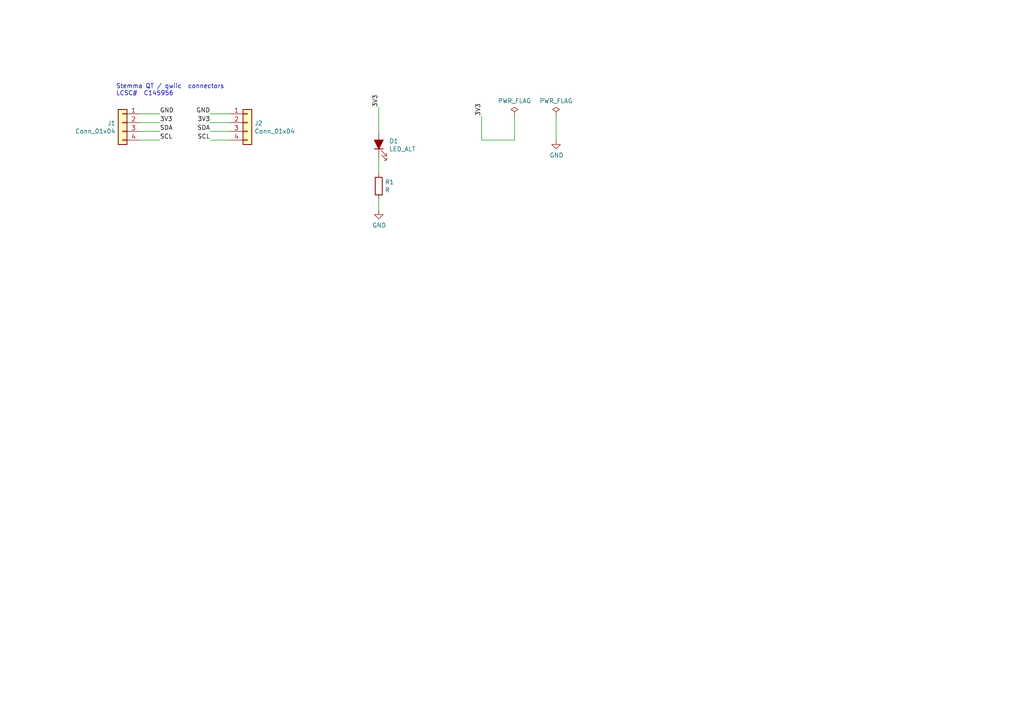
<source format=kicad_sch>
(kicad_sch (version 20230121) (generator eeschema)
  (paper "A4")
  (lib_symbols
    (symbol "Connector_Generic:Conn_01x04" (pin_names (offset 1.016) hide)
      (property "Reference" "J" (at 0 5.08 0))
      (property "Value" "Conn_01x04" (at 0 -7.62 0))
      (symbol "Conn_01x04_1_1"
        (rectangle (start -1.27 -4.953) (end 0 -5.207) (stroke (width 0.1524)))
        (rectangle (start -1.27 -2.413) (end 0 -2.667) (stroke (width 0.1524)))
        (rectangle (start -1.27 0.127) (end 0 -0.127) (stroke (width 0.1524)))
        (rectangle (start -1.27 2.667) (end 0 2.413) (stroke (width 0.1524)))
        (rectangle (start -1.27 3.81) (end 1.27 -6.35) (stroke (width 0.254)) (fill (type background)))
        (pin passive line (at -5.08 2.54 0) (length 3.81) (name "Pin_1") (number "1"))
        (pin passive line (at -5.08 0 0) (length 3.81) (name "Pin_2") (number "2"))
        (pin passive line (at -5.08 -2.54 0) (length 3.81) (name "Pin_3") (number "3"))
        (pin passive line (at -5.08 -5.08 0) (length 3.81) (name "Pin_4") (number "4"))
      )
    )
    (symbol "Device:R" (pin_numbers hide) (pin_names (offset 0))
      (property "Reference" "R" (at 2.032 0 90))
      (property "Value" "R" (at 0 0 90))
      (symbol "R_0_1"
        (rectangle (start -1.016 -2.54) (end 1.016 2.54) (stroke (width 0.254)))
      )
      (symbol "R_1_1"
        (pin passive line (at 0 3.81 270) (length 1.27) (name "~") (number "1"))
        (pin passive line (at 0 -3.81 90) (length 1.27) (name "~") (number "2"))
      )
    )
    (symbol "basic_led-rescue:LED_ALT-Device" (pin_numbers hide) (pin_names (offset 1.016) hide)
      (property "Reference" "D" (at 0 2.54 0))
      (property "Value" "Device_LED_ALT" (at 0 -2.54 0))
      (symbol "LED_ALT-Device_0_1"
        (polyline (pts (xy -1.27 -1.27) (xy -1.27 1.27)) (stroke (width 0.254)))
        (polyline (pts (xy -1.27 0) (xy 1.27 0)))
        (polyline (pts (xy 1.27 -1.27) (xy 1.27 1.27) (xy -1.27 0) (xy 1.27 -1.27)) (stroke (width 0.254)) (fill (type outline)))
        (polyline (pts (xy -3.048 -0.762) (xy -4.572 -2.286) (xy -3.81 -2.286) (xy -4.572 -2.286) (xy -4.572 -1.524)))
        (polyline (pts (xy -1.778 -0.762) (xy -3.302 -2.286) (xy -2.54 -2.286) (xy -3.302 -2.286) (xy -3.302 -1.524)))
      )
      (symbol "LED_ALT-Device_1_1"
        (pin passive line (at -3.81 0 0) (length 2.54) (name "K") (number "1"))
        (pin passive line (at 3.81 0 180) (length 2.54) (name "A") (number "2"))
      )
    )
    (symbol "power:GND" (power) (pin_names (offset 0))
      (property "Value" "GND" (at 0 -3.81 0))
      (symbol "GND_0_1"
        (polyline (pts (xy 0 0) (xy 0 -1.27) (xy 1.27 -1.27) (xy 0 -2.54) (xy -1.27 -1.27) (xy 0 -1.27)))
      )
      (symbol "GND_1_1"
        (pin power_in line (at 0 0 270) (length 0) hide (name "GND") (number "1"))
      )
    )
    (symbol "power:PWR_FLAG" (power) (pin_numbers hide) (pin_names (offset 0) hide)
      (property "Value" "PWR_FLAG" (at 0 3.81 0))
      (symbol "PWR_FLAG_0_0"
        (pin power_out line (at 0 0 90) (length 0) (name "pwr") (number "1"))
      )
      (symbol "PWR_FLAG_0_1"
        (polyline (pts (xy 0 0) (xy 0 1.27) (xy -1.016 1.905) (xy 0 2.54) (xy 1.016 1.905) (xy 0 1.27)))
      )
    )
  )
  (wire (pts (xy 109.855 38.1) (xy 109.855 31.115)))
  (wire (pts (xy 40.64 35.56) (xy 46.355 35.56)))
  (wire (pts (xy 66.675 38.1) (xy 60.96 38.1)))
  (wire (pts (xy 66.675 35.56) (xy 60.96 35.56)))
  (wire (pts (xy 40.64 33.02) (xy 46.355 33.02)))
  (wire (pts (xy 66.675 33.02) (xy 60.96 33.02)))
  (wire (pts (xy 149.225 40.64) (xy 139.7 40.64)))
  (wire (pts (xy 149.225 33.655) (xy 149.225 40.64)))
  (wire (pts (xy 66.675 40.64) (xy 60.96 40.64)))
  (wire (pts (xy 139.7 40.64) (xy 139.7 33.655)))
  (wire (pts (xy 109.855 60.96) (xy 109.855 57.785)))
  (wire (pts (xy 40.64 38.1) (xy 46.355 38.1)))
  (wire (pts (xy 161.29 33.655) (xy 161.29 40.64)))
  (wire (pts (xy 109.855 45.72) (xy 109.855 50.165)))
  (wire (pts (xy 40.64 40.64) (xy 46.355 40.64)))
  (text "Stemma QT / qwiic  connectors\nLCSC#  C145956" (at 33.655 27.94 0) (effects (font (size 1.27 1.27)) (justify left bottom)))
  (label "SCL" (at 46.355 40.64 0))
  (label "SCL" (at 60.96 40.64 180))
  (label "SDA" (at 60.96 38.1 180))
  (label "3V3" (at 139.7 33.655 90))
  (label "3V3" (at 109.855 31.115 90))
  (label "3V3" (at 60.96 35.56 180))
  (label "3V3" (at 46.355 35.56 0))
  (label "GND" (at 46.355 33.02 0))
  (label "GND" (at 60.96 33.02 180))
  (label "SDA" (at 46.355 38.1 0))
  (symbol (lib_id "Connector_Generic:Conn_01x04") (at 35.56 35.56 0) (mirror y) (unit 1)
    (property "Reference" "J1" (at 33.528 35.7632 0) (effects (justify left)))
    (property "Value" "Conn_01x04" (at 33.528 38.0746 0) (effects (justify left)))
    (property "Footprint" "BOOMELE_SH_SMD:BOOMELE_SMD_SH_4PIN_RT" (effects hide))
  )
  (symbol (lib_id "Connector_Generic:Conn_01x04") (at 71.755 35.56 0) (unit 1)
    (property "Reference" "J2" (at 73.787 35.7632 0) (effects (justify left)))
    (property "Value" "Conn_01x04" (at 73.787 38.0746 0) (effects (justify left)))
    (property "Footprint" "BOOMELE_SH_SMD:BOOMELE_SMD_SH_4PIN_RT" (effects hide))
  )
  (symbol (lib_id "basic_led-rescue:LED_ALT-Device") (at 109.855 41.91 90) (unit 1)
    (property "Reference" "D1" (at 112.8522 40.9194 90) (effects (justify right)))
    (property "Value" "LED_ALT" (at 112.8522 43.2308 90) (effects (justify right)))
    (property "Footprint" "LED_THT:LED_D3.0mm" (effects hide))
  )
  (symbol (lib_id "Device:R") (at 109.855 53.975 0) (unit 1)
    (property "Reference" "R1" (at 111.633 52.8066 0) (effects (justify left)))
    (property "Value" "R" (at 111.633 55.118 0) (effects (justify left)))
    (property "Footprint" "Resistor_SMD:R_0603_1608Metric" (effects hide))
  )
  (symbol (lib_id "power:GND") (at 109.855 60.96 0) (unit 1)
    (property "Reference" "#PWR08" (effects hide))
    (property "Value" "GND" (at 109.982 65.3542 0))
  )
  (symbol (lib_id "power:PWR_FLAG") (at 161.29 33.655 0) (unit 1)
    (property "Reference" "#FLG0101" (effects hide))
    (property "Value" "PWR_FLAG" (at 161.29 29.2608 0))
  )
  (symbol (lib_id "power:PWR_FLAG") (at 149.225 33.655 0) (unit 1)
    (property "Reference" "#FLG0102" (effects hide))
    (property "Value" "PWR_FLAG" (at 149.225 29.2608 0))
  )
  (symbol (lib_id "power:GND") (at 161.29 40.64 0) (unit 1)
    (property "Reference" "#PWR0101" (effects hide))
    (property "Value" "GND" (at 161.417 45.0342 0))
  )
)
</source>
